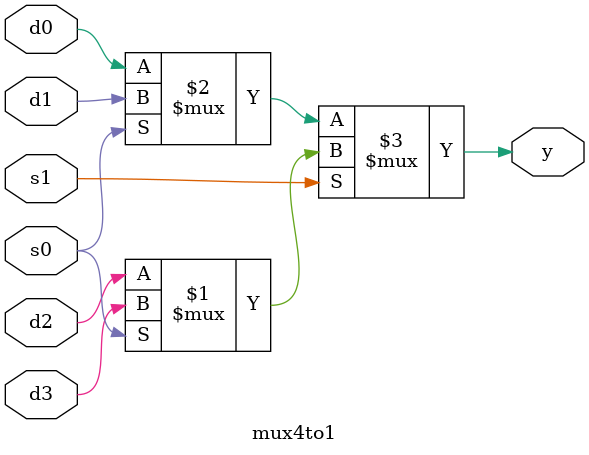
<source format=v>
module mux4to1( input d0,d1,d2,d3,input s0,s1,output y);
assign y = s1 ? (s0 ? d3 : d2) : (s0 ? d1 : d0);
endmodule

</source>
